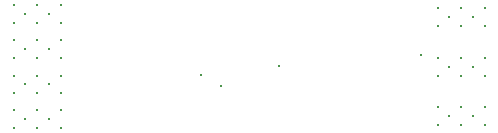
<source format=gbr>
%TF.GenerationSoftware,Altium Limited,Altium Designer,25.8.1 (18)*%
G04 Layer_Color=0*
%FSLAX45Y45*%
%MOMM*%
%TF.SameCoordinates,C83170FB-7693-46FD-9F59-C890998B4B8C*%
%TF.FilePolarity,Positive*%
%TF.FileFunction,Plated,1,2,PTH,Drill*%
%TF.Part,Single*%
G01*
G75*
%TA.AperFunction,ViaDrill,NotFilled*%
%ADD48C,0.30000*%
D48*
X2324943Y603658D02*
D03*
X1833927Y434522D02*
D03*
X1669222Y532771D02*
D03*
X3525000Y700000D02*
D03*
X3970001Y180000D02*
D03*
X3770001D02*
D03*
X3870001Y105000D02*
D03*
Y255000D02*
D03*
X4070001D02*
D03*
Y105000D02*
D03*
X3670001D02*
D03*
Y255000D02*
D03*
X3970001Y600000D02*
D03*
X3770001D02*
D03*
X3870001Y525000D02*
D03*
Y675000D02*
D03*
X4070001D02*
D03*
Y525000D02*
D03*
X3670001D02*
D03*
Y675000D02*
D03*
X3970001Y1020000D02*
D03*
X3770001D02*
D03*
X3870001Y945000D02*
D03*
Y1095000D02*
D03*
X4070001D02*
D03*
Y945000D02*
D03*
X3670001D02*
D03*
Y1095000D02*
D03*
X380000Y155000D02*
D03*
X180000D02*
D03*
X280000Y80000D02*
D03*
Y230000D02*
D03*
X480000D02*
D03*
Y80000D02*
D03*
X80000D02*
D03*
Y230000D02*
D03*
X380000Y450000D02*
D03*
X180000D02*
D03*
X280000Y375000D02*
D03*
Y525000D02*
D03*
X480000D02*
D03*
Y375000D02*
D03*
X80000D02*
D03*
Y525000D02*
D03*
X380000Y750000D02*
D03*
X180000D02*
D03*
X280000Y675000D02*
D03*
Y825000D02*
D03*
X480000D02*
D03*
Y675000D02*
D03*
X80000D02*
D03*
Y825000D02*
D03*
X380000Y1045000D02*
D03*
X180000D02*
D03*
X280000Y970000D02*
D03*
Y1120000D02*
D03*
X480000D02*
D03*
Y970000D02*
D03*
X80000D02*
D03*
Y1120000D02*
D03*
%TF.MD5,ed1735b287094c3f9cb2de9c484a7ab1*%
M02*

</source>
